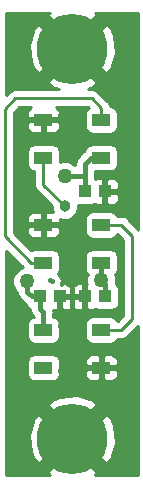
<source format=gtl>
G04 #@! TF.GenerationSoftware,KiCad,Pcbnew,5.0.0-fee4fd1~65~ubuntu17.10.1*
G04 #@! TF.CreationDate,2018-10-29T14:39:41-04:00*
G04 #@! TF.ProjectId,rgb-lamp,7267622D6C616D702E6B696361645F70,rev?*
G04 #@! TF.SameCoordinates,Original*
G04 #@! TF.FileFunction,Copper,L1,Top,Signal*
G04 #@! TF.FilePolarity,Positive*
%FSLAX46Y46*%
G04 Gerber Fmt 4.6, Leading zero omitted, Abs format (unit mm)*
G04 Created by KiCad (PCBNEW 5.0.0-fee4fd1~65~ubuntu17.10.1) date Mon Oct 29 14:39:41 2018*
%MOMM*%
%LPD*%
G01*
G04 APERTURE LIST*
G04 #@! TA.AperFunction,SMDPad,CuDef*
%ADD10R,1.500000X1.000000*%
G04 #@! TD*
G04 #@! TA.AperFunction,ComponentPad*
%ADD11C,5.969000*%
G04 #@! TD*
G04 #@! TA.AperFunction,SMDPad,CuDef*
%ADD12R,1.100000X1.000000*%
G04 #@! TD*
G04 #@! TA.AperFunction,ViaPad*
%ADD13C,0.965200*%
G04 #@! TD*
G04 #@! TA.AperFunction,ViaPad*
%ADD14C,1.270000*%
G04 #@! TD*
G04 #@! TA.AperFunction,Conductor*
%ADD15C,0.406400*%
G04 #@! TD*
G04 #@! TA.AperFunction,Conductor*
%ADD16C,0.254000*%
G04 #@! TD*
%ADD17C,0.350000*%
G04 APERTURE END LIST*
D10*
G04 #@! TO.P,U1,2*
G04 #@! TO.N,Net-(U1-Pad2)*
X121830000Y-79680000D03*
G04 #@! TO.P,U1,3*
G04 #@! TO.N,GND*
X116930000Y-79680000D03*
G04 #@! TO.P,U1,4*
G04 #@! TO.N,Net-(J1-Pad2)*
X116930000Y-82880000D03*
G04 #@! TO.P,U1,1*
G04 #@! TO.N,+5V*
X121830000Y-82880000D03*
G04 #@! TD*
G04 #@! TO.P,U2,2*
G04 #@! TO.N,Net-(U2-Pad2)*
X121830000Y-88570000D03*
G04 #@! TO.P,U2,3*
G04 #@! TO.N,GND*
X116930000Y-88570000D03*
G04 #@! TO.P,U2,4*
G04 #@! TO.N,Net-(U1-Pad2)*
X116930000Y-91770000D03*
G04 #@! TO.P,U2,1*
G04 #@! TO.N,+5V*
X121830000Y-91770000D03*
G04 #@! TD*
G04 #@! TO.P,U3,2*
G04 #@! TO.N,Net-(U3-Pad2)*
X116930000Y-100660000D03*
G04 #@! TO.P,U3,3*
G04 #@! TO.N,GND*
X121830000Y-100660000D03*
G04 #@! TO.P,U3,4*
G04 #@! TO.N,Net-(U2-Pad2)*
X121830000Y-97460000D03*
G04 #@! TO.P,U3,1*
G04 #@! TO.N,+5V*
X116930000Y-97460000D03*
G04 #@! TD*
D11*
G04 #@! TO.P,H1,P*
G04 #@! TO.N,GND*
X119380000Y-106680000D03*
G04 #@! TD*
G04 #@! TO.P,H2,P*
G04 #@! TO.N,GND*
X119380000Y-73660000D03*
G04 #@! TD*
D12*
G04 #@! TO.P,C1,1*
G04 #@! TO.N,+5V*
X120435000Y-85725000D03*
G04 #@! TO.P,C1,2*
G04 #@! TO.N,GND*
X122135000Y-85725000D03*
G04 #@! TD*
G04 #@! TO.P,C2,1*
G04 #@! TO.N,+5V*
X122135000Y-94615000D03*
G04 #@! TO.P,C2,2*
G04 #@! TO.N,GND*
X120435000Y-94615000D03*
G04 #@! TD*
G04 #@! TO.P,C3,1*
G04 #@! TO.N,+5V*
X116625000Y-94615000D03*
G04 #@! TO.P,C3,2*
G04 #@! TO.N,GND*
X118325000Y-94615000D03*
G04 #@! TD*
D13*
G04 #@! TO.N,Net-(J1-Pad2)*
X118745000Y-86995000D03*
D14*
G04 #@! TO.N,+5V*
X121830000Y-93255000D03*
X115570098Y-93345000D03*
X118745000Y-84455000D03*
G04 #@! TO.N,GND*
X119380000Y-93345000D03*
X114935000Y-86995000D03*
X114935000Y-79375000D03*
X114935000Y-85090000D03*
X114935000Y-83185000D03*
X114935000Y-81280000D03*
X124460000Y-106045000D03*
X124460000Y-104140000D03*
X124460000Y-102235000D03*
X124460000Y-100330000D03*
X124460000Y-98425000D03*
X114300000Y-106045000D03*
X114300000Y-104140000D03*
X114300000Y-102235000D03*
X114300000Y-100330000D03*
X114300000Y-98425000D03*
X118745000Y-79375000D03*
X120015000Y-79375000D03*
X118745000Y-81280000D03*
X120015000Y-81280000D03*
X118745000Y-100965000D03*
X118745000Y-99060000D03*
X118745000Y-97155000D03*
X120015000Y-97155000D03*
X120015000Y-100965000D03*
X120015000Y-99060000D03*
X124460000Y-85090000D03*
X124460000Y-79375000D03*
X124460000Y-81280000D03*
X124460000Y-83185000D03*
X124460000Y-86995000D03*
G04 #@! TD*
D15*
G04 #@! TO.N,*
X117621862Y-93345000D02*
X117516176Y-93239314D01*
D16*
G04 #@! TO.N,Net-(J1-Pad2)*
X116930000Y-85180000D02*
X118745000Y-86995000D01*
X116930000Y-82880000D02*
X116930000Y-85180000D01*
G04 #@! TO.N,Net-(U1-Pad2)*
X121830000Y-79680000D02*
X121830000Y-78650000D01*
X121830000Y-78650000D02*
X121031001Y-77851001D01*
X121031001Y-77851001D02*
X114553999Y-77851001D01*
X114553999Y-77851001D02*
X113665000Y-78740000D01*
X113665000Y-78740000D02*
X113665000Y-89535000D01*
X115900000Y-91770000D02*
X116930000Y-91770000D01*
X113665000Y-89535000D02*
X115900000Y-91770000D01*
G04 #@! TO.N,Net-(U2-Pad2)*
X121830000Y-88570000D02*
X123495000Y-88570000D01*
X123495000Y-88570000D02*
X124460000Y-89535000D01*
X124460000Y-89535000D02*
X124460000Y-96520000D01*
X124460000Y-96520000D02*
X123520000Y-97460000D01*
X123520000Y-97460000D02*
X121830000Y-97460000D01*
D15*
G04 #@! TO.N,+5V*
X115942073Y-94615000D02*
X116625000Y-94615000D01*
X115570098Y-93345000D02*
X115570098Y-94243025D01*
X115570098Y-94243025D02*
X115942073Y-94615000D01*
X116625000Y-94400000D02*
X116625000Y-94615000D01*
X116930000Y-95975000D02*
X116625000Y-95670000D01*
X116625000Y-95670000D02*
X116625000Y-94615000D01*
X116930000Y-97460000D02*
X116930000Y-95975000D01*
X121830000Y-93255000D02*
X122135000Y-93560000D01*
X122135000Y-93560000D02*
X122135000Y-94615000D01*
X121830000Y-91770000D02*
X121830000Y-93255000D01*
X118745000Y-84455000D02*
X120435000Y-84455000D01*
X120435000Y-85725000D02*
X120435000Y-84455000D01*
X120955000Y-82880000D02*
X121830000Y-82880000D01*
X120435000Y-84455000D02*
X120435000Y-83400000D01*
X120435000Y-83400000D02*
X120955000Y-82880000D01*
G04 #@! TO.N,GND*
X114935000Y-83185000D02*
X114935000Y-85090000D01*
X118745000Y-81280000D02*
X114935000Y-81280000D01*
X124460000Y-102235000D02*
X124460000Y-104140000D01*
X124460000Y-98425000D02*
X124460000Y-100330000D01*
X118745000Y-99060000D02*
X116205000Y-99060000D01*
X116205000Y-99060000D02*
X115570000Y-98425000D01*
X115570000Y-98425000D02*
X114300000Y-98425000D01*
X120015000Y-99060000D02*
X122555000Y-99060000D01*
X122555000Y-99060000D02*
X123190000Y-98425000D01*
X123190000Y-98425000D02*
X124460000Y-98425000D01*
X114300000Y-104140000D02*
X114300000Y-106045000D01*
X114300000Y-100330000D02*
X114300000Y-102235000D01*
X119380000Y-96520000D02*
X119380000Y-93345000D01*
X120015000Y-97155000D02*
X119380000Y-96520000D01*
X118745000Y-81280000D02*
X118745000Y-79375000D01*
X120015000Y-81280000D02*
X120015000Y-79375000D01*
X124460000Y-86995000D02*
X122555000Y-86995000D01*
X118745000Y-99060000D02*
X118745000Y-100965000D01*
X120015000Y-97155000D02*
X118745000Y-97155000D01*
X124460000Y-98425000D02*
X124460000Y-99060000D01*
X124460000Y-99060000D02*
X120015000Y-99060000D01*
X124460000Y-86995000D02*
X124460000Y-85090000D01*
X124460000Y-83185000D02*
X124460000Y-81280000D01*
G04 #@! TD*
D16*
G04 #@! TO.N,GND*
G36*
X117267919Y-70829499D02*
X119380000Y-72941580D01*
X121492081Y-70829499D01*
X121300529Y-70612000D01*
X124968000Y-70612000D01*
X124968000Y-88957986D01*
X124945749Y-88943118D01*
X124086883Y-88084253D01*
X124044371Y-88020629D01*
X123792317Y-87852212D01*
X123570048Y-87808000D01*
X123570043Y-87808000D01*
X123495000Y-87793073D01*
X123419957Y-87808000D01*
X123168645Y-87808000D01*
X123037809Y-87612191D01*
X122827765Y-87471843D01*
X122580000Y-87422560D01*
X121080000Y-87422560D01*
X120832235Y-87471843D01*
X120622191Y-87612191D01*
X120481843Y-87822235D01*
X120432560Y-88070000D01*
X120432560Y-89070000D01*
X120481843Y-89317765D01*
X120622191Y-89527809D01*
X120832235Y-89668157D01*
X121080000Y-89717440D01*
X122580000Y-89717440D01*
X122827765Y-89668157D01*
X123037809Y-89527809D01*
X123168645Y-89332000D01*
X123179370Y-89332000D01*
X123698000Y-89850631D01*
X123698001Y-96204368D01*
X123204370Y-96698000D01*
X123168645Y-96698000D01*
X123037809Y-96502191D01*
X122827765Y-96361843D01*
X122580000Y-96312560D01*
X121080000Y-96312560D01*
X120832235Y-96361843D01*
X120622191Y-96502191D01*
X120481843Y-96712235D01*
X120432560Y-96960000D01*
X120432560Y-97960000D01*
X120481843Y-98207765D01*
X120622191Y-98417809D01*
X120832235Y-98558157D01*
X121080000Y-98607440D01*
X122580000Y-98607440D01*
X122827765Y-98558157D01*
X123037809Y-98417809D01*
X123168645Y-98222000D01*
X123444957Y-98222000D01*
X123520000Y-98236927D01*
X123595043Y-98222000D01*
X123595048Y-98222000D01*
X123817317Y-98177788D01*
X124069371Y-98009371D01*
X124111883Y-97945747D01*
X124945749Y-97111882D01*
X124968000Y-97097014D01*
X124968000Y-109728000D01*
X121300529Y-109728000D01*
X121492081Y-109510501D01*
X119380000Y-107398420D01*
X117267919Y-109510501D01*
X117459471Y-109728000D01*
X113792000Y-109728000D01*
X113792000Y-106320655D01*
X115707126Y-106320655D01*
X115849192Y-107753557D01*
X116124222Y-108417539D01*
X116549499Y-108792081D01*
X118661580Y-106680000D01*
X120098420Y-106680000D01*
X122210501Y-108792081D01*
X122635778Y-108417539D01*
X123052874Y-107039345D01*
X122910808Y-105606443D01*
X122635778Y-104942461D01*
X122210501Y-104567919D01*
X120098420Y-106680000D01*
X118661580Y-106680000D01*
X116549499Y-104567919D01*
X116124222Y-104942461D01*
X115707126Y-106320655D01*
X113792000Y-106320655D01*
X113792000Y-103849499D01*
X117267919Y-103849499D01*
X119380000Y-105961580D01*
X121492081Y-103849499D01*
X121117539Y-103424222D01*
X119739345Y-103007126D01*
X118306443Y-103149192D01*
X117642461Y-103424222D01*
X117267919Y-103849499D01*
X113792000Y-103849499D01*
X113792000Y-100160000D01*
X115532560Y-100160000D01*
X115532560Y-101160000D01*
X115581843Y-101407765D01*
X115722191Y-101617809D01*
X115932235Y-101758157D01*
X116180000Y-101807440D01*
X117680000Y-101807440D01*
X117927765Y-101758157D01*
X118137809Y-101617809D01*
X118278157Y-101407765D01*
X118327440Y-101160000D01*
X118327440Y-100945750D01*
X120445000Y-100945750D01*
X120445000Y-101286310D01*
X120541673Y-101519699D01*
X120720302Y-101698327D01*
X120953691Y-101795000D01*
X121544250Y-101795000D01*
X121703000Y-101636250D01*
X121703000Y-100787000D01*
X121957000Y-100787000D01*
X121957000Y-101636250D01*
X122115750Y-101795000D01*
X122706309Y-101795000D01*
X122939698Y-101698327D01*
X123118327Y-101519699D01*
X123215000Y-101286310D01*
X123215000Y-100945750D01*
X123056250Y-100787000D01*
X121957000Y-100787000D01*
X121703000Y-100787000D01*
X120603750Y-100787000D01*
X120445000Y-100945750D01*
X118327440Y-100945750D01*
X118327440Y-100160000D01*
X118302316Y-100033690D01*
X120445000Y-100033690D01*
X120445000Y-100374250D01*
X120603750Y-100533000D01*
X121703000Y-100533000D01*
X121703000Y-99683750D01*
X121957000Y-99683750D01*
X121957000Y-100533000D01*
X123056250Y-100533000D01*
X123215000Y-100374250D01*
X123215000Y-100033690D01*
X123118327Y-99800301D01*
X122939698Y-99621673D01*
X122706309Y-99525000D01*
X122115750Y-99525000D01*
X121957000Y-99683750D01*
X121703000Y-99683750D01*
X121544250Y-99525000D01*
X120953691Y-99525000D01*
X120720302Y-99621673D01*
X120541673Y-99800301D01*
X120445000Y-100033690D01*
X118302316Y-100033690D01*
X118278157Y-99912235D01*
X118137809Y-99702191D01*
X117927765Y-99561843D01*
X117680000Y-99512560D01*
X116180000Y-99512560D01*
X115932235Y-99561843D01*
X115722191Y-99702191D01*
X115581843Y-99912235D01*
X115532560Y-100160000D01*
X113792000Y-100160000D01*
X113792000Y-90739630D01*
X115183051Y-92130682D01*
X114850701Y-92268346D01*
X114493444Y-92625603D01*
X114300098Y-93092381D01*
X114300098Y-93597619D01*
X114493444Y-94064397D01*
X114726256Y-94297209D01*
X114780532Y-94570074D01*
X114919027Y-94777347D01*
X114919029Y-94777349D01*
X114965791Y-94847333D01*
X115035775Y-94894095D01*
X115291001Y-95149321D01*
X115337765Y-95219308D01*
X115465252Y-95304492D01*
X115476843Y-95362765D01*
X115617191Y-95572809D01*
X115771565Y-95675959D01*
X115786800Y-95752549D01*
X115786800Y-95752553D01*
X115835433Y-95997048D01*
X116020692Y-96274308D01*
X116090679Y-96321072D01*
X116091801Y-96322194D01*
X116091801Y-96330104D01*
X115932235Y-96361843D01*
X115722191Y-96502191D01*
X115581843Y-96712235D01*
X115532560Y-96960000D01*
X115532560Y-97960000D01*
X115581843Y-98207765D01*
X115722191Y-98417809D01*
X115932235Y-98558157D01*
X116180000Y-98607440D01*
X117680000Y-98607440D01*
X117927765Y-98558157D01*
X118137809Y-98417809D01*
X118278157Y-98207765D01*
X118327440Y-97960000D01*
X118327440Y-96960000D01*
X118278157Y-96712235D01*
X118137809Y-96502191D01*
X117927765Y-96361843D01*
X117768200Y-96330104D01*
X117768200Y-96057548D01*
X117784620Y-95974999D01*
X117768200Y-95892450D01*
X117768200Y-95892446D01*
X117739866Y-95750000D01*
X118039250Y-95750000D01*
X118198000Y-95591250D01*
X118198000Y-94742000D01*
X118452000Y-94742000D01*
X118452000Y-95591250D01*
X118610750Y-95750000D01*
X119001309Y-95750000D01*
X119234698Y-95653327D01*
X119380000Y-95508026D01*
X119525302Y-95653327D01*
X119758691Y-95750000D01*
X120149250Y-95750000D01*
X120308000Y-95591250D01*
X120308000Y-94742000D01*
X119408750Y-94742000D01*
X119380000Y-94770750D01*
X119351250Y-94742000D01*
X118452000Y-94742000D01*
X118198000Y-94742000D01*
X118178000Y-94742000D01*
X118178000Y-94488000D01*
X118198000Y-94488000D01*
X118198000Y-94468000D01*
X118452000Y-94468000D01*
X118452000Y-94488000D01*
X119351250Y-94488000D01*
X119380000Y-94459250D01*
X119408750Y-94488000D01*
X120308000Y-94488000D01*
X120308000Y-93638750D01*
X120149250Y-93480000D01*
X119758691Y-93480000D01*
X119525302Y-93576673D01*
X119380000Y-93721974D01*
X119234698Y-93576673D01*
X119001309Y-93480000D01*
X118610750Y-93480000D01*
X118452002Y-93638748D01*
X118452002Y-93480000D01*
X118449629Y-93480000D01*
X118476482Y-93345000D01*
X118411429Y-93017951D01*
X118272933Y-92810678D01*
X118158740Y-92696485D01*
X118278157Y-92517765D01*
X118327440Y-92270000D01*
X118327440Y-91270000D01*
X120432560Y-91270000D01*
X120432560Y-92270000D01*
X120481843Y-92517765D01*
X120622191Y-92727809D01*
X120662559Y-92754782D01*
X120560000Y-93002381D01*
X120560000Y-93507619D01*
X120598993Y-93601757D01*
X120562000Y-93638750D01*
X120562000Y-94488000D01*
X120582000Y-94488000D01*
X120582000Y-94742000D01*
X120562000Y-94742000D01*
X120562000Y-95591250D01*
X120720750Y-95750000D01*
X121111309Y-95750000D01*
X121284816Y-95678131D01*
X121337235Y-95713157D01*
X121585000Y-95762440D01*
X122685000Y-95762440D01*
X122932765Y-95713157D01*
X123142809Y-95572809D01*
X123283157Y-95362765D01*
X123332440Y-95115000D01*
X123332440Y-94115000D01*
X123283157Y-93867235D01*
X123142809Y-93657191D01*
X123060755Y-93602364D01*
X123100000Y-93507619D01*
X123100000Y-93002381D01*
X122997441Y-92754782D01*
X123037809Y-92727809D01*
X123178157Y-92517765D01*
X123227440Y-92270000D01*
X123227440Y-91270000D01*
X123178157Y-91022235D01*
X123037809Y-90812191D01*
X122827765Y-90671843D01*
X122580000Y-90622560D01*
X121080000Y-90622560D01*
X120832235Y-90671843D01*
X120622191Y-90812191D01*
X120481843Y-91022235D01*
X120432560Y-91270000D01*
X118327440Y-91270000D01*
X118278157Y-91022235D01*
X118137809Y-90812191D01*
X117927765Y-90671843D01*
X117680000Y-90622560D01*
X116180000Y-90622560D01*
X115932235Y-90671843D01*
X115900607Y-90692976D01*
X114427000Y-89219370D01*
X114427000Y-88855750D01*
X115545000Y-88855750D01*
X115545000Y-89196310D01*
X115641673Y-89429699D01*
X115820302Y-89608327D01*
X116053691Y-89705000D01*
X116644250Y-89705000D01*
X116803000Y-89546250D01*
X116803000Y-88697000D01*
X117057000Y-88697000D01*
X117057000Y-89546250D01*
X117215750Y-89705000D01*
X117806309Y-89705000D01*
X118039698Y-89608327D01*
X118218327Y-89429699D01*
X118315000Y-89196310D01*
X118315000Y-88855750D01*
X118156250Y-88697000D01*
X117057000Y-88697000D01*
X116803000Y-88697000D01*
X115703750Y-88697000D01*
X115545000Y-88855750D01*
X114427000Y-88855750D01*
X114427000Y-87943690D01*
X115545000Y-87943690D01*
X115545000Y-88284250D01*
X115703750Y-88443000D01*
X116803000Y-88443000D01*
X116803000Y-87593750D01*
X116644250Y-87435000D01*
X116053691Y-87435000D01*
X115820302Y-87531673D01*
X115641673Y-87710301D01*
X115545000Y-87943690D01*
X114427000Y-87943690D01*
X114427000Y-82380000D01*
X115532560Y-82380000D01*
X115532560Y-83380000D01*
X115581843Y-83627765D01*
X115722191Y-83837809D01*
X115932235Y-83978157D01*
X116168000Y-84025053D01*
X116168001Y-85104952D01*
X116153073Y-85180000D01*
X116212213Y-85477317D01*
X116292851Y-85598000D01*
X116380630Y-85729371D01*
X116444251Y-85771881D01*
X117627400Y-86955031D01*
X117627400Y-87217304D01*
X117717573Y-87435000D01*
X117215750Y-87435000D01*
X117057000Y-87593750D01*
X117057000Y-88443000D01*
X118156250Y-88443000D01*
X118315000Y-88284250D01*
X118315000Y-88026569D01*
X118522696Y-88112600D01*
X118967304Y-88112600D01*
X119378070Y-87942455D01*
X119692455Y-87628070D01*
X119862600Y-87217304D01*
X119862600Y-86867984D01*
X119885000Y-86872440D01*
X120985000Y-86872440D01*
X121232765Y-86823157D01*
X121285184Y-86788131D01*
X121458691Y-86860000D01*
X121849250Y-86860000D01*
X122008000Y-86701250D01*
X122008000Y-85852000D01*
X122262000Y-85852000D01*
X122262000Y-86701250D01*
X122420750Y-86860000D01*
X122811309Y-86860000D01*
X123044698Y-86763327D01*
X123223327Y-86584699D01*
X123320000Y-86351310D01*
X123320000Y-86010750D01*
X123161250Y-85852000D01*
X122262000Y-85852000D01*
X122008000Y-85852000D01*
X121988000Y-85852000D01*
X121988000Y-85598000D01*
X122008000Y-85598000D01*
X122008000Y-84748750D01*
X122262000Y-84748750D01*
X122262000Y-85598000D01*
X123161250Y-85598000D01*
X123320000Y-85439250D01*
X123320000Y-85098690D01*
X123223327Y-84865301D01*
X123044698Y-84686673D01*
X122811309Y-84590000D01*
X122420750Y-84590000D01*
X122262000Y-84748750D01*
X122008000Y-84748750D01*
X121849250Y-84590000D01*
X121458691Y-84590000D01*
X121285184Y-84661869D01*
X121273200Y-84653861D01*
X121273200Y-84537553D01*
X121289621Y-84455000D01*
X121273200Y-84372446D01*
X121273200Y-84027440D01*
X122580000Y-84027440D01*
X122827765Y-83978157D01*
X123037809Y-83837809D01*
X123178157Y-83627765D01*
X123227440Y-83380000D01*
X123227440Y-82380000D01*
X123178157Y-82132235D01*
X123037809Y-81922191D01*
X122827765Y-81781843D01*
X122580000Y-81732560D01*
X121080000Y-81732560D01*
X120832235Y-81781843D01*
X120622191Y-81922191D01*
X120481843Y-82132235D01*
X120469037Y-82196616D01*
X120350692Y-82275692D01*
X120303928Y-82345679D01*
X119900677Y-82748930D01*
X119830693Y-82795692D01*
X119783931Y-82865676D01*
X119783929Y-82865678D01*
X119645434Y-83072951D01*
X119580380Y-83400000D01*
X119596801Y-83482553D01*
X119596801Y-83510750D01*
X119464397Y-83378346D01*
X118997619Y-83185000D01*
X118492381Y-83185000D01*
X118327440Y-83253321D01*
X118327440Y-82380000D01*
X118278157Y-82132235D01*
X118137809Y-81922191D01*
X117927765Y-81781843D01*
X117680000Y-81732560D01*
X116180000Y-81732560D01*
X115932235Y-81781843D01*
X115722191Y-81922191D01*
X115581843Y-82132235D01*
X115532560Y-82380000D01*
X114427000Y-82380000D01*
X114427000Y-79965750D01*
X115545000Y-79965750D01*
X115545000Y-80306310D01*
X115641673Y-80539699D01*
X115820302Y-80718327D01*
X116053691Y-80815000D01*
X116644250Y-80815000D01*
X116803000Y-80656250D01*
X116803000Y-79807000D01*
X117057000Y-79807000D01*
X117057000Y-80656250D01*
X117215750Y-80815000D01*
X117806309Y-80815000D01*
X118039698Y-80718327D01*
X118218327Y-80539699D01*
X118315000Y-80306310D01*
X118315000Y-79965750D01*
X118156250Y-79807000D01*
X117057000Y-79807000D01*
X116803000Y-79807000D01*
X115703750Y-79807000D01*
X115545000Y-79965750D01*
X114427000Y-79965750D01*
X114427000Y-79055630D01*
X114869630Y-78613001D01*
X115889522Y-78613001D01*
X115820302Y-78641673D01*
X115641673Y-78820301D01*
X115545000Y-79053690D01*
X115545000Y-79394250D01*
X115703750Y-79553000D01*
X116803000Y-79553000D01*
X116803000Y-79533000D01*
X117057000Y-79533000D01*
X117057000Y-79553000D01*
X118156250Y-79553000D01*
X118315000Y-79394250D01*
X118315000Y-79053690D01*
X118218327Y-78820301D01*
X118039698Y-78641673D01*
X117970478Y-78613001D01*
X120715371Y-78613001D01*
X120743502Y-78641133D01*
X120622191Y-78722191D01*
X120481843Y-78932235D01*
X120432560Y-79180000D01*
X120432560Y-80180000D01*
X120481843Y-80427765D01*
X120622191Y-80637809D01*
X120832235Y-80778157D01*
X121080000Y-80827440D01*
X122580000Y-80827440D01*
X122827765Y-80778157D01*
X123037809Y-80637809D01*
X123178157Y-80427765D01*
X123227440Y-80180000D01*
X123227440Y-79180000D01*
X123178157Y-78932235D01*
X123037809Y-78722191D01*
X122827765Y-78581843D01*
X122583715Y-78533299D01*
X122547788Y-78352683D01*
X122537142Y-78336749D01*
X122421882Y-78164251D01*
X122379371Y-78100629D01*
X122315749Y-78058118D01*
X121622884Y-77365254D01*
X121580372Y-77301630D01*
X121328318Y-77133213D01*
X121106049Y-77089001D01*
X121106044Y-77089001D01*
X121031001Y-77074074D01*
X120955958Y-77089001D01*
X120699341Y-77089001D01*
X121117539Y-76915778D01*
X121492081Y-76490501D01*
X119380000Y-74378420D01*
X117267919Y-76490501D01*
X117642461Y-76915778D01*
X118214835Y-77089001D01*
X114629041Y-77089001D01*
X114553998Y-77074074D01*
X114478955Y-77089001D01*
X114478951Y-77089001D01*
X114256682Y-77133213D01*
X114256681Y-77133214D01*
X114256680Y-77133214D01*
X114170485Y-77190808D01*
X114004628Y-77301630D01*
X113962117Y-77365252D01*
X113792000Y-77535369D01*
X113792000Y-73300655D01*
X115707126Y-73300655D01*
X115849192Y-74733557D01*
X116124222Y-75397539D01*
X116549499Y-75772081D01*
X118661580Y-73660000D01*
X120098420Y-73660000D01*
X122210501Y-75772081D01*
X122635778Y-75397539D01*
X123052874Y-74019345D01*
X122910808Y-72586443D01*
X122635778Y-71922461D01*
X122210501Y-71547919D01*
X120098420Y-73660000D01*
X118661580Y-73660000D01*
X116549499Y-71547919D01*
X116124222Y-71922461D01*
X115707126Y-73300655D01*
X113792000Y-73300655D01*
X113792000Y-70612000D01*
X117459471Y-70612000D01*
X117267919Y-70829499D01*
X117267919Y-70829499D01*
G37*
X117267919Y-70829499D02*
X119380000Y-72941580D01*
X121492081Y-70829499D01*
X121300529Y-70612000D01*
X124968000Y-70612000D01*
X124968000Y-88957986D01*
X124945749Y-88943118D01*
X124086883Y-88084253D01*
X124044371Y-88020629D01*
X123792317Y-87852212D01*
X123570048Y-87808000D01*
X123570043Y-87808000D01*
X123495000Y-87793073D01*
X123419957Y-87808000D01*
X123168645Y-87808000D01*
X123037809Y-87612191D01*
X122827765Y-87471843D01*
X122580000Y-87422560D01*
X121080000Y-87422560D01*
X120832235Y-87471843D01*
X120622191Y-87612191D01*
X120481843Y-87822235D01*
X120432560Y-88070000D01*
X120432560Y-89070000D01*
X120481843Y-89317765D01*
X120622191Y-89527809D01*
X120832235Y-89668157D01*
X121080000Y-89717440D01*
X122580000Y-89717440D01*
X122827765Y-89668157D01*
X123037809Y-89527809D01*
X123168645Y-89332000D01*
X123179370Y-89332000D01*
X123698000Y-89850631D01*
X123698001Y-96204368D01*
X123204370Y-96698000D01*
X123168645Y-96698000D01*
X123037809Y-96502191D01*
X122827765Y-96361843D01*
X122580000Y-96312560D01*
X121080000Y-96312560D01*
X120832235Y-96361843D01*
X120622191Y-96502191D01*
X120481843Y-96712235D01*
X120432560Y-96960000D01*
X120432560Y-97960000D01*
X120481843Y-98207765D01*
X120622191Y-98417809D01*
X120832235Y-98558157D01*
X121080000Y-98607440D01*
X122580000Y-98607440D01*
X122827765Y-98558157D01*
X123037809Y-98417809D01*
X123168645Y-98222000D01*
X123444957Y-98222000D01*
X123520000Y-98236927D01*
X123595043Y-98222000D01*
X123595048Y-98222000D01*
X123817317Y-98177788D01*
X124069371Y-98009371D01*
X124111883Y-97945747D01*
X124945749Y-97111882D01*
X124968000Y-97097014D01*
X124968000Y-109728000D01*
X121300529Y-109728000D01*
X121492081Y-109510501D01*
X119380000Y-107398420D01*
X117267919Y-109510501D01*
X117459471Y-109728000D01*
X113792000Y-109728000D01*
X113792000Y-106320655D01*
X115707126Y-106320655D01*
X115849192Y-107753557D01*
X116124222Y-108417539D01*
X116549499Y-108792081D01*
X118661580Y-106680000D01*
X120098420Y-106680000D01*
X122210501Y-108792081D01*
X122635778Y-108417539D01*
X123052874Y-107039345D01*
X122910808Y-105606443D01*
X122635778Y-104942461D01*
X122210501Y-104567919D01*
X120098420Y-106680000D01*
X118661580Y-106680000D01*
X116549499Y-104567919D01*
X116124222Y-104942461D01*
X115707126Y-106320655D01*
X113792000Y-106320655D01*
X113792000Y-103849499D01*
X117267919Y-103849499D01*
X119380000Y-105961580D01*
X121492081Y-103849499D01*
X121117539Y-103424222D01*
X119739345Y-103007126D01*
X118306443Y-103149192D01*
X117642461Y-103424222D01*
X117267919Y-103849499D01*
X113792000Y-103849499D01*
X113792000Y-100160000D01*
X115532560Y-100160000D01*
X115532560Y-101160000D01*
X115581843Y-101407765D01*
X115722191Y-101617809D01*
X115932235Y-101758157D01*
X116180000Y-101807440D01*
X117680000Y-101807440D01*
X117927765Y-101758157D01*
X118137809Y-101617809D01*
X118278157Y-101407765D01*
X118327440Y-101160000D01*
X118327440Y-100945750D01*
X120445000Y-100945750D01*
X120445000Y-101286310D01*
X120541673Y-101519699D01*
X120720302Y-101698327D01*
X120953691Y-101795000D01*
X121544250Y-101795000D01*
X121703000Y-101636250D01*
X121703000Y-100787000D01*
X121957000Y-100787000D01*
X121957000Y-101636250D01*
X122115750Y-101795000D01*
X122706309Y-101795000D01*
X122939698Y-101698327D01*
X123118327Y-101519699D01*
X123215000Y-101286310D01*
X123215000Y-100945750D01*
X123056250Y-100787000D01*
X121957000Y-100787000D01*
X121703000Y-100787000D01*
X120603750Y-100787000D01*
X120445000Y-100945750D01*
X118327440Y-100945750D01*
X118327440Y-100160000D01*
X118302316Y-100033690D01*
X120445000Y-100033690D01*
X120445000Y-100374250D01*
X120603750Y-100533000D01*
X121703000Y-100533000D01*
X121703000Y-99683750D01*
X121957000Y-99683750D01*
X121957000Y-100533000D01*
X123056250Y-100533000D01*
X123215000Y-100374250D01*
X123215000Y-100033690D01*
X123118327Y-99800301D01*
X122939698Y-99621673D01*
X122706309Y-99525000D01*
X122115750Y-99525000D01*
X121957000Y-99683750D01*
X121703000Y-99683750D01*
X121544250Y-99525000D01*
X120953691Y-99525000D01*
X120720302Y-99621673D01*
X120541673Y-99800301D01*
X120445000Y-100033690D01*
X118302316Y-100033690D01*
X118278157Y-99912235D01*
X118137809Y-99702191D01*
X117927765Y-99561843D01*
X117680000Y-99512560D01*
X116180000Y-99512560D01*
X115932235Y-99561843D01*
X115722191Y-99702191D01*
X115581843Y-99912235D01*
X115532560Y-100160000D01*
X113792000Y-100160000D01*
X113792000Y-90739630D01*
X115183051Y-92130682D01*
X114850701Y-92268346D01*
X114493444Y-92625603D01*
X114300098Y-93092381D01*
X114300098Y-93597619D01*
X114493444Y-94064397D01*
X114726256Y-94297209D01*
X114780532Y-94570074D01*
X114919027Y-94777347D01*
X114919029Y-94777349D01*
X114965791Y-94847333D01*
X115035775Y-94894095D01*
X115291001Y-95149321D01*
X115337765Y-95219308D01*
X115465252Y-95304492D01*
X115476843Y-95362765D01*
X115617191Y-95572809D01*
X115771565Y-95675959D01*
X115786800Y-95752549D01*
X115786800Y-95752553D01*
X115835433Y-95997048D01*
X116020692Y-96274308D01*
X116090679Y-96321072D01*
X116091801Y-96322194D01*
X116091801Y-96330104D01*
X115932235Y-96361843D01*
X115722191Y-96502191D01*
X115581843Y-96712235D01*
X115532560Y-96960000D01*
X115532560Y-97960000D01*
X115581843Y-98207765D01*
X115722191Y-98417809D01*
X115932235Y-98558157D01*
X116180000Y-98607440D01*
X117680000Y-98607440D01*
X117927765Y-98558157D01*
X118137809Y-98417809D01*
X118278157Y-98207765D01*
X118327440Y-97960000D01*
X118327440Y-96960000D01*
X118278157Y-96712235D01*
X118137809Y-96502191D01*
X117927765Y-96361843D01*
X117768200Y-96330104D01*
X117768200Y-96057548D01*
X117784620Y-95974999D01*
X117768200Y-95892450D01*
X117768200Y-95892446D01*
X117739866Y-95750000D01*
X118039250Y-95750000D01*
X118198000Y-95591250D01*
X118198000Y-94742000D01*
X118452000Y-94742000D01*
X118452000Y-95591250D01*
X118610750Y-95750000D01*
X119001309Y-95750000D01*
X119234698Y-95653327D01*
X119380000Y-95508026D01*
X119525302Y-95653327D01*
X119758691Y-95750000D01*
X120149250Y-95750000D01*
X120308000Y-95591250D01*
X120308000Y-94742000D01*
X119408750Y-94742000D01*
X119380000Y-94770750D01*
X119351250Y-94742000D01*
X118452000Y-94742000D01*
X118198000Y-94742000D01*
X118178000Y-94742000D01*
X118178000Y-94488000D01*
X118198000Y-94488000D01*
X118198000Y-94468000D01*
X118452000Y-94468000D01*
X118452000Y-94488000D01*
X119351250Y-94488000D01*
X119380000Y-94459250D01*
X119408750Y-94488000D01*
X120308000Y-94488000D01*
X120308000Y-93638750D01*
X120149250Y-93480000D01*
X119758691Y-93480000D01*
X119525302Y-93576673D01*
X119380000Y-93721974D01*
X119234698Y-93576673D01*
X119001309Y-93480000D01*
X118610750Y-93480000D01*
X118452002Y-93638748D01*
X118452002Y-93480000D01*
X118449629Y-93480000D01*
X118476482Y-93345000D01*
X118411429Y-93017951D01*
X118272933Y-92810678D01*
X118158740Y-92696485D01*
X118278157Y-92517765D01*
X118327440Y-92270000D01*
X118327440Y-91270000D01*
X120432560Y-91270000D01*
X120432560Y-92270000D01*
X120481843Y-92517765D01*
X120622191Y-92727809D01*
X120662559Y-92754782D01*
X120560000Y-93002381D01*
X120560000Y-93507619D01*
X120598993Y-93601757D01*
X120562000Y-93638750D01*
X120562000Y-94488000D01*
X120582000Y-94488000D01*
X120582000Y-94742000D01*
X120562000Y-94742000D01*
X120562000Y-95591250D01*
X120720750Y-95750000D01*
X121111309Y-95750000D01*
X121284816Y-95678131D01*
X121337235Y-95713157D01*
X121585000Y-95762440D01*
X122685000Y-95762440D01*
X122932765Y-95713157D01*
X123142809Y-95572809D01*
X123283157Y-95362765D01*
X123332440Y-95115000D01*
X123332440Y-94115000D01*
X123283157Y-93867235D01*
X123142809Y-93657191D01*
X123060755Y-93602364D01*
X123100000Y-93507619D01*
X123100000Y-93002381D01*
X122997441Y-92754782D01*
X123037809Y-92727809D01*
X123178157Y-92517765D01*
X123227440Y-92270000D01*
X123227440Y-91270000D01*
X123178157Y-91022235D01*
X123037809Y-90812191D01*
X122827765Y-90671843D01*
X122580000Y-90622560D01*
X121080000Y-90622560D01*
X120832235Y-90671843D01*
X120622191Y-90812191D01*
X120481843Y-91022235D01*
X120432560Y-91270000D01*
X118327440Y-91270000D01*
X118278157Y-91022235D01*
X118137809Y-90812191D01*
X117927765Y-90671843D01*
X117680000Y-90622560D01*
X116180000Y-90622560D01*
X115932235Y-90671843D01*
X115900607Y-90692976D01*
X114427000Y-89219370D01*
X114427000Y-88855750D01*
X115545000Y-88855750D01*
X115545000Y-89196310D01*
X115641673Y-89429699D01*
X115820302Y-89608327D01*
X116053691Y-89705000D01*
X116644250Y-89705000D01*
X116803000Y-89546250D01*
X116803000Y-88697000D01*
X117057000Y-88697000D01*
X117057000Y-89546250D01*
X117215750Y-89705000D01*
X117806309Y-89705000D01*
X118039698Y-89608327D01*
X118218327Y-89429699D01*
X118315000Y-89196310D01*
X118315000Y-88855750D01*
X118156250Y-88697000D01*
X117057000Y-88697000D01*
X116803000Y-88697000D01*
X115703750Y-88697000D01*
X115545000Y-88855750D01*
X114427000Y-88855750D01*
X114427000Y-87943690D01*
X115545000Y-87943690D01*
X115545000Y-88284250D01*
X115703750Y-88443000D01*
X116803000Y-88443000D01*
X116803000Y-87593750D01*
X116644250Y-87435000D01*
X116053691Y-87435000D01*
X115820302Y-87531673D01*
X115641673Y-87710301D01*
X115545000Y-87943690D01*
X114427000Y-87943690D01*
X114427000Y-82380000D01*
X115532560Y-82380000D01*
X115532560Y-83380000D01*
X115581843Y-83627765D01*
X115722191Y-83837809D01*
X115932235Y-83978157D01*
X116168000Y-84025053D01*
X116168001Y-85104952D01*
X116153073Y-85180000D01*
X116212213Y-85477317D01*
X116292851Y-85598000D01*
X116380630Y-85729371D01*
X116444251Y-85771881D01*
X117627400Y-86955031D01*
X117627400Y-87217304D01*
X117717573Y-87435000D01*
X117215750Y-87435000D01*
X117057000Y-87593750D01*
X117057000Y-88443000D01*
X118156250Y-88443000D01*
X118315000Y-88284250D01*
X118315000Y-88026569D01*
X118522696Y-88112600D01*
X118967304Y-88112600D01*
X119378070Y-87942455D01*
X119692455Y-87628070D01*
X119862600Y-87217304D01*
X119862600Y-86867984D01*
X119885000Y-86872440D01*
X120985000Y-86872440D01*
X121232765Y-86823157D01*
X121285184Y-86788131D01*
X121458691Y-86860000D01*
X121849250Y-86860000D01*
X122008000Y-86701250D01*
X122008000Y-85852000D01*
X122262000Y-85852000D01*
X122262000Y-86701250D01*
X122420750Y-86860000D01*
X122811309Y-86860000D01*
X123044698Y-86763327D01*
X123223327Y-86584699D01*
X123320000Y-86351310D01*
X123320000Y-86010750D01*
X123161250Y-85852000D01*
X122262000Y-85852000D01*
X122008000Y-85852000D01*
X121988000Y-85852000D01*
X121988000Y-85598000D01*
X122008000Y-85598000D01*
X122008000Y-84748750D01*
X122262000Y-84748750D01*
X122262000Y-85598000D01*
X123161250Y-85598000D01*
X123320000Y-85439250D01*
X123320000Y-85098690D01*
X123223327Y-84865301D01*
X123044698Y-84686673D01*
X122811309Y-84590000D01*
X122420750Y-84590000D01*
X122262000Y-84748750D01*
X122008000Y-84748750D01*
X121849250Y-84590000D01*
X121458691Y-84590000D01*
X121285184Y-84661869D01*
X121273200Y-84653861D01*
X121273200Y-84537553D01*
X121289621Y-84455000D01*
X121273200Y-84372446D01*
X121273200Y-84027440D01*
X122580000Y-84027440D01*
X122827765Y-83978157D01*
X123037809Y-83837809D01*
X123178157Y-83627765D01*
X123227440Y-83380000D01*
X123227440Y-82380000D01*
X123178157Y-82132235D01*
X123037809Y-81922191D01*
X122827765Y-81781843D01*
X122580000Y-81732560D01*
X121080000Y-81732560D01*
X120832235Y-81781843D01*
X120622191Y-81922191D01*
X120481843Y-82132235D01*
X120469037Y-82196616D01*
X120350692Y-82275692D01*
X120303928Y-82345679D01*
X119900677Y-82748930D01*
X119830693Y-82795692D01*
X119783931Y-82865676D01*
X119783929Y-82865678D01*
X119645434Y-83072951D01*
X119580380Y-83400000D01*
X119596801Y-83482553D01*
X119596801Y-83510750D01*
X119464397Y-83378346D01*
X118997619Y-83185000D01*
X118492381Y-83185000D01*
X118327440Y-83253321D01*
X118327440Y-82380000D01*
X118278157Y-82132235D01*
X118137809Y-81922191D01*
X117927765Y-81781843D01*
X117680000Y-81732560D01*
X116180000Y-81732560D01*
X115932235Y-81781843D01*
X115722191Y-81922191D01*
X115581843Y-82132235D01*
X115532560Y-82380000D01*
X114427000Y-82380000D01*
X114427000Y-79965750D01*
X115545000Y-79965750D01*
X115545000Y-80306310D01*
X115641673Y-80539699D01*
X115820302Y-80718327D01*
X116053691Y-80815000D01*
X116644250Y-80815000D01*
X116803000Y-80656250D01*
X116803000Y-79807000D01*
X117057000Y-79807000D01*
X117057000Y-80656250D01*
X117215750Y-80815000D01*
X117806309Y-80815000D01*
X118039698Y-80718327D01*
X118218327Y-80539699D01*
X118315000Y-80306310D01*
X118315000Y-79965750D01*
X118156250Y-79807000D01*
X117057000Y-79807000D01*
X116803000Y-79807000D01*
X115703750Y-79807000D01*
X115545000Y-79965750D01*
X114427000Y-79965750D01*
X114427000Y-79055630D01*
X114869630Y-78613001D01*
X115889522Y-78613001D01*
X115820302Y-78641673D01*
X115641673Y-78820301D01*
X115545000Y-79053690D01*
X115545000Y-79394250D01*
X115703750Y-79553000D01*
X116803000Y-79553000D01*
X116803000Y-79533000D01*
X117057000Y-79533000D01*
X117057000Y-79553000D01*
X118156250Y-79553000D01*
X118315000Y-79394250D01*
X118315000Y-79053690D01*
X118218327Y-78820301D01*
X118039698Y-78641673D01*
X117970478Y-78613001D01*
X120715371Y-78613001D01*
X120743502Y-78641133D01*
X120622191Y-78722191D01*
X120481843Y-78932235D01*
X120432560Y-79180000D01*
X120432560Y-80180000D01*
X120481843Y-80427765D01*
X120622191Y-80637809D01*
X120832235Y-80778157D01*
X121080000Y-80827440D01*
X122580000Y-80827440D01*
X122827765Y-80778157D01*
X123037809Y-80637809D01*
X123178157Y-80427765D01*
X123227440Y-80180000D01*
X123227440Y-79180000D01*
X123178157Y-78932235D01*
X123037809Y-78722191D01*
X122827765Y-78581843D01*
X122583715Y-78533299D01*
X122547788Y-78352683D01*
X122537142Y-78336749D01*
X122421882Y-78164251D01*
X122379371Y-78100629D01*
X122315749Y-78058118D01*
X121622884Y-77365254D01*
X121580372Y-77301630D01*
X121328318Y-77133213D01*
X121106049Y-77089001D01*
X121106044Y-77089001D01*
X121031001Y-77074074D01*
X120955958Y-77089001D01*
X120699341Y-77089001D01*
X121117539Y-76915778D01*
X121492081Y-76490501D01*
X119380000Y-74378420D01*
X117267919Y-76490501D01*
X117642461Y-76915778D01*
X118214835Y-77089001D01*
X114629041Y-77089001D01*
X114553998Y-77074074D01*
X114478955Y-77089001D01*
X114478951Y-77089001D01*
X114256682Y-77133213D01*
X114256681Y-77133214D01*
X114256680Y-77133214D01*
X114170485Y-77190808D01*
X114004628Y-77301630D01*
X113962117Y-77365252D01*
X113792000Y-77535369D01*
X113792000Y-73300655D01*
X115707126Y-73300655D01*
X115849192Y-74733557D01*
X116124222Y-75397539D01*
X116549499Y-75772081D01*
X118661580Y-73660000D01*
X120098420Y-73660000D01*
X122210501Y-75772081D01*
X122635778Y-75397539D01*
X123052874Y-74019345D01*
X122910808Y-72586443D01*
X122635778Y-71922461D01*
X122210501Y-71547919D01*
X120098420Y-73660000D01*
X118661580Y-73660000D01*
X116549499Y-71547919D01*
X116124222Y-71922461D01*
X115707126Y-73300655D01*
X113792000Y-73300655D01*
X113792000Y-70612000D01*
X117459471Y-70612000D01*
X117267919Y-70829499D01*
G04 #@! TD*
D17*
X118745000Y-86995000D03*
X121830000Y-93255000D03*
X115570098Y-93345000D03*
X118745000Y-84455000D03*
X119380000Y-93345000D03*
X114935000Y-86995000D03*
X114935000Y-79375000D03*
X114935000Y-85090000D03*
X114935000Y-83185000D03*
X114935000Y-81280000D03*
X124460000Y-106045000D03*
X124460000Y-104140000D03*
X124460000Y-102235000D03*
X124460000Y-100330000D03*
X124460000Y-98425000D03*
X114300000Y-106045000D03*
X114300000Y-104140000D03*
X114300000Y-102235000D03*
X114300000Y-100330000D03*
X114300000Y-98425000D03*
X118745000Y-79375000D03*
X120015000Y-79375000D03*
X118745000Y-81280000D03*
X120015000Y-81280000D03*
X118745000Y-100965000D03*
X118745000Y-99060000D03*
X118745000Y-97155000D03*
X120015000Y-97155000D03*
X120015000Y-100965000D03*
X120015000Y-99060000D03*
X124460000Y-85090000D03*
X124460000Y-79375000D03*
X124460000Y-81280000D03*
X124460000Y-83185000D03*
X124460000Y-86995000D03*
X119380000Y-106680000D03*
X119380000Y-73660000D03*
M02*

</source>
